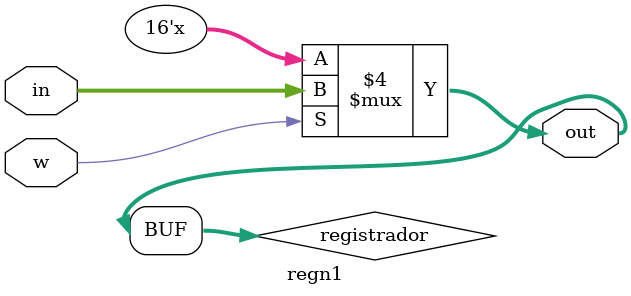
<source format=v>
module regn1 (in, w, out);

	input [15:0] in;
	input w;
	output [15:0] out;
	
	reg [15:0] registrador;
	
	initial begin
		registrador = 16'b0000000000000001;
	end
	
	always @(*)
	begin
		if(w)
			registrador = in;
	end
	
	assign out = registrador;
	
endmodule
	
	
</source>
